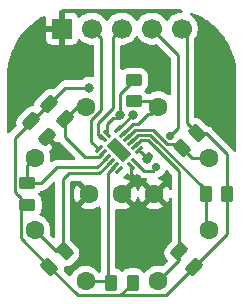
<source format=gbr>
%TF.GenerationSoftware,KiCad,Pcbnew,9.0.3-9.0.3-0~ubuntu22.04.1*%
%TF.CreationDate,2025-07-21T05:59:17-07:00*%
%TF.ProjectId,rotary-switch-shift,726f7461-7279-42d7-9377-697463682d73,rev?*%
%TF.SameCoordinates,Original*%
%TF.FileFunction,Copper,L1,Top*%
%TF.FilePolarity,Positive*%
%FSLAX46Y46*%
G04 Gerber Fmt 4.6, Leading zero omitted, Abs format (unit mm)*
G04 Created by KiCad (PCBNEW 9.0.3-9.0.3-0~ubuntu22.04.1) date 2025-07-21 05:59:17*
%MOMM*%
%LPD*%
G01*
G04 APERTURE LIST*
G04 Aperture macros list*
%AMRoundRect*
0 Rectangle with rounded corners*
0 $1 Rounding radius*
0 $2 $3 $4 $5 $6 $7 $8 $9 X,Y pos of 4 corners*
0 Add a 4 corners polygon primitive as box body*
4,1,4,$2,$3,$4,$5,$6,$7,$8,$9,$2,$3,0*
0 Add four circle primitives for the rounded corners*
1,1,$1+$1,$2,$3*
1,1,$1+$1,$4,$5*
1,1,$1+$1,$6,$7*
1,1,$1+$1,$8,$9*
0 Add four rect primitives between the rounded corners*
20,1,$1+$1,$2,$3,$4,$5,0*
20,1,$1+$1,$4,$5,$6,$7,0*
20,1,$1+$1,$6,$7,$8,$9,0*
20,1,$1+$1,$8,$9,$2,$3,0*%
%AMRotRect*
0 Rectangle, with rotation*
0 The origin of the aperture is its center*
0 $1 length*
0 $2 width*
0 $3 Rotation angle, in degrees counterclockwise*
0 Add horizontal line*
21,1,$1,$2,0,0,$3*%
G04 Aperture macros list end*
%TA.AperFunction,SMDPad,CuDef*%
%ADD10RoundRect,0.250000X-0.262500X-0.450000X0.262500X-0.450000X0.262500X0.450000X-0.262500X0.450000X0*%
%TD*%
%TA.AperFunction,SMDPad,CuDef*%
%ADD11RoundRect,0.062500X0.203293X-0.291682X0.291682X-0.203293X-0.203293X0.291682X-0.291682X0.203293X0*%
%TD*%
%TA.AperFunction,SMDPad,CuDef*%
%ADD12RoundRect,0.062500X-0.203293X-0.291682X0.291682X0.203293X0.203293X0.291682X-0.291682X-0.203293X0*%
%TD*%
%TA.AperFunction,HeatsinkPad*%
%ADD13RotRect,1.000000X2.000000X45.000000*%
%TD*%
%TA.AperFunction,SMDPad,CuDef*%
%ADD14RoundRect,0.250000X0.503814X0.132583X0.132583X0.503814X-0.503814X-0.132583X-0.132583X-0.503814X0*%
%TD*%
%TA.AperFunction,SMDPad,CuDef*%
%ADD15RoundRect,0.250000X-0.503814X-0.132583X-0.132583X-0.503814X0.503814X0.132583X0.132583X0.503814X0*%
%TD*%
%TA.AperFunction,SMDPad,CuDef*%
%ADD16RoundRect,0.250000X-0.132583X0.503814X-0.503814X0.132583X0.132583X-0.503814X0.503814X-0.132583X0*%
%TD*%
%TA.AperFunction,SMDPad,CuDef*%
%ADD17RoundRect,0.250000X-0.450000X0.262500X-0.450000X-0.262500X0.450000X-0.262500X0.450000X0.262500X0*%
%TD*%
%TA.AperFunction,SMDPad,CuDef*%
%ADD18RoundRect,0.250000X0.132583X-0.503814X0.503814X-0.132583X-0.132583X0.503814X-0.503814X0.132583X0*%
%TD*%
%TA.AperFunction,SMDPad,CuDef*%
%ADD19RoundRect,0.250000X0.450000X-0.262500X0.450000X0.262500X-0.450000X0.262500X-0.450000X-0.262500X0*%
%TD*%
%TA.AperFunction,ComponentPad*%
%ADD20R,1.700000X1.700000*%
%TD*%
%TA.AperFunction,ComponentPad*%
%ADD21C,1.700000*%
%TD*%
%TA.AperFunction,SMDPad,CuDef*%
%ADD22RoundRect,0.250000X-0.512652X-0.159099X-0.159099X-0.512652X0.512652X0.159099X0.159099X0.512652X0*%
%TD*%
%TA.AperFunction,ComponentPad*%
%ADD23C,1.600000*%
%TD*%
%TA.AperFunction,ViaPad*%
%ADD24C,0.600000*%
%TD*%
%TA.AperFunction,ViaPad*%
%ADD25C,0.800000*%
%TD*%
%TA.AperFunction,ViaPad*%
%ADD26C,0.700000*%
%TD*%
%TA.AperFunction,Conductor*%
%ADD27C,0.250000*%
%TD*%
%TA.AperFunction,Conductor*%
%ADD28C,0.200000*%
%TD*%
G04 APERTURE END LIST*
D10*
%TO.P,R2,1*%
%TO.N,Net-(U1-D1)*%
X147087500Y-75000000D03*
%TO.P,R2,2*%
%TO.N,+3.3V*%
X148912500Y-75000000D03*
%TD*%
D11*
%TO.P,U1,1,~{PL}*%
%TO.N,/GP_PL*%
X138379981Y-70233534D03*
D12*
%TO.P,U1,2,CP*%
%TO.N,/GP_CP*%
X138026427Y-71205806D03*
%TO.P,U1,3,D4*%
%TO.N,Net-(U1-D4)*%
X138379981Y-71559359D03*
%TO.P,U1,4,D5*%
%TO.N,Net-(U1-D5)*%
X138733534Y-71912913D03*
%TO.P,U1,5,D6*%
%TO.N,Net-(U1-D6)*%
X139087087Y-72266466D03*
%TO.P,U1,6,D7*%
%TO.N,Net-(U1-D7)*%
X139440641Y-72620019D03*
%TO.P,U1,7,~{Q7}*%
%TO.N,unconnected-(U1-~{Q7}-Pad7)*%
X139794194Y-72973573D03*
D11*
%TO.P,U1,8,GND*%
%TO.N,GND*%
X140766466Y-72620019D03*
%TO.P,U1,9,Q7*%
%TO.N,/GP_Q7*%
X141120019Y-72266466D03*
D12*
%TO.P,U1,10,DS*%
%TO.N,GND*%
X141473573Y-71294194D03*
%TO.P,U1,11,D0*%
%TO.N,Net-(U1-D0)*%
X141120019Y-70940641D03*
%TO.P,U1,12,D1*%
%TO.N,Net-(U1-D1)*%
X140766466Y-70587087D03*
%TO.P,U1,13,D2*%
%TO.N,Net-(U1-D2)*%
X140412913Y-70233534D03*
%TO.P,U1,14,D3*%
%TO.N,Net-(U1-D3)*%
X140059359Y-69879981D03*
%TO.P,U1,15,~{CE}*%
%TO.N,GND*%
X139705806Y-69526427D03*
D11*
%TO.P,U1,16,VCC*%
%TO.N,+3.3V*%
X138733534Y-69879981D03*
D13*
%TO.P,U1,17*%
%TO.N,N/C*%
X139750000Y-71250000D03*
%TD*%
D14*
%TO.P,R5,1*%
%TO.N,Net-(U1-D4)*%
X135145235Y-68645235D03*
%TO.P,R5,2*%
%TO.N,+3.3V*%
X133854765Y-67354765D03*
%TD*%
D15*
%TO.P,R1,1*%
%TO.N,Net-(U1-D0)*%
X144854765Y-79854765D03*
%TO.P,R1,2*%
%TO.N,+3.3V*%
X146145235Y-81145235D03*
%TD*%
D16*
%TO.P,R7,1*%
%TO.N,Net-(U1-D6)*%
X135145235Y-79854765D03*
%TO.P,R7,2*%
%TO.N,+3.3V*%
X133854765Y-81145235D03*
%TD*%
D17*
%TO.P,R6,1*%
%TO.N,Net-(U1-D5)*%
X132000000Y-74087500D03*
%TO.P,R6,2*%
%TO.N,+3.3V*%
X132000000Y-75912500D03*
%TD*%
D18*
%TO.P,R3,1*%
%TO.N,Net-(U1-D2)*%
X145104765Y-71145235D03*
%TO.P,R3,2*%
%TO.N,+3.3V*%
X146395235Y-69854765D03*
%TD*%
D19*
%TO.P,R4,1*%
%TO.N,Net-(U1-D3)*%
X141000000Y-67162500D03*
%TO.P,R4,2*%
%TO.N,+3.3V*%
X141000000Y-65337500D03*
%TD*%
D20*
%TO.P,J1,1,Pin_1*%
%TO.N,GND*%
X134920000Y-61000000D03*
D21*
%TO.P,J1,2,Pin_2*%
%TO.N,/GP_CP*%
X137460000Y-61000000D03*
%TO.P,J1,3,Pin_3*%
%TO.N,/GP_PL*%
X140000000Y-61000000D03*
%TO.P,J1,4,Pin_4*%
%TO.N,/GP_Q7*%
X142540000Y-61000000D03*
%TO.P,J1,5,Pin_5*%
%TO.N,+3.3V*%
X145080000Y-61000000D03*
%TD*%
D22*
%TO.P,C1,1*%
%TO.N,+3.3V*%
X132328249Y-68828249D03*
%TO.P,C1,2*%
%TO.N,GND*%
X133671751Y-70171751D03*
%TD*%
D10*
%TO.P,R8,1*%
%TO.N,Net-(U1-D7)*%
X139087500Y-82500000D03*
%TO.P,R8,2*%
%TO.N,+3.3V*%
X140912500Y-82500000D03*
%TD*%
D23*
%TO.P,SW1,1*%
%TO.N,Net-(U1-D0)*%
X143061467Y-82391036D03*
%TO.P,SW1,2*%
%TO.N,Net-(U1-D1)*%
X147391036Y-78061467D03*
%TO.P,SW1,3*%
%TO.N,Net-(U1-D2)*%
X147391036Y-71938533D03*
%TO.P,SW1,4*%
%TO.N,Net-(U1-D3)*%
X143061467Y-67608964D03*
%TO.P,SW1,5*%
%TO.N,Net-(U1-D4)*%
X136938533Y-67608964D03*
%TO.P,SW1,6*%
%TO.N,Net-(U1-D5)*%
X132608964Y-71938533D03*
%TO.P,SW1,7*%
%TO.N,Net-(U1-D6)*%
X132608964Y-78061467D03*
%TO.P,SW1,8*%
%TO.N,Net-(U1-D7)*%
X136938533Y-82391036D03*
%TO.P,SW1,A,Common*%
%TO.N,GND*%
X142750000Y-75000000D03*
%TO.P,SW1,B,Common*%
X140000000Y-75000000D03*
%TO.P,SW1,C,Common*%
X137250000Y-75000000D03*
%TD*%
D24*
%TO.N,GND*%
X148000000Y-68000000D03*
D25*
X142163880Y-72036120D03*
X140950000Y-68325000D03*
D24*
X137000000Y-78000000D03*
D25*
X141250000Y-73750000D03*
D24*
X142000000Y-63500000D03*
X132000000Y-63000000D03*
D25*
X134500000Y-71000000D03*
D24*
X148000000Y-63000000D03*
X133750000Y-76000000D03*
X140500000Y-80500000D03*
X143500000Y-77000000D03*
X136000000Y-64000000D03*
X132000000Y-66000000D03*
D25*
%TO.N,+3.3V*%
X139822012Y-68274004D03*
X137250000Y-66000000D03*
D26*
%TO.N,/GP_Q7*%
X144102298Y-70075000D03*
X142885804Y-72728096D03*
%TD*%
D27*
%TO.N,GND*%
X140950000Y-68325000D02*
X140900663Y-68374337D01*
X140857896Y-68374337D02*
X139705806Y-69526427D01*
X140766466Y-72620019D02*
X140766466Y-73266466D01*
X140900663Y-68374337D02*
X140857896Y-68374337D01*
X133671751Y-70171751D02*
X134500000Y-71000000D01*
X140766466Y-73266466D02*
X141250000Y-73750000D01*
D28*
X142163880Y-72036120D02*
X141473573Y-71345812D01*
X141473573Y-71345812D02*
X141473573Y-71294194D01*
D27*
%TO.N,+3.3V*%
X131432964Y-78723434D02*
X131432964Y-75345464D01*
X130924000Y-74836500D02*
X132000000Y-75912500D01*
X148912500Y-78377970D02*
X148912500Y-75000000D01*
X145500000Y-68959530D02*
X146395235Y-69854765D01*
X139822012Y-68274004D02*
X139822012Y-66515488D01*
X133854765Y-67354765D02*
X130924000Y-70285530D01*
X139836500Y-83576000D02*
X143714470Y-83576000D01*
X133854765Y-81145235D02*
X136285530Y-83576000D01*
X147111132Y-69854765D02*
X146395235Y-69854765D01*
X139822012Y-66515488D02*
X141000000Y-65337500D01*
X145500000Y-64275000D02*
X145500000Y-68959530D01*
X145500000Y-61420000D02*
X145080000Y-61000000D01*
X130924000Y-70285530D02*
X130924000Y-74836500D01*
X139822012Y-68274004D02*
X139548008Y-68548008D01*
X135209530Y-66000000D02*
X133854765Y-67354765D01*
X133854765Y-81145235D02*
X131432964Y-78723434D01*
X148912500Y-75000000D02*
X148912500Y-71656133D01*
X148912500Y-71656133D02*
X147111132Y-69854765D01*
X145500000Y-64275000D02*
X145500000Y-61420000D01*
X143714470Y-83576000D02*
X146145235Y-81145235D01*
X139548008Y-68548008D02*
X139250000Y-68548008D01*
X138733534Y-69064474D02*
X138733534Y-69879981D01*
X139250000Y-68548008D02*
X138733534Y-69064474D01*
X131168750Y-75081250D02*
X132000000Y-75912500D01*
X139836500Y-83576000D02*
X140912500Y-82500000D01*
X146145235Y-81145235D02*
X148912500Y-78377970D01*
X131432964Y-75345464D02*
X131168750Y-75081250D01*
X136285530Y-83576000D02*
X139836500Y-83576000D01*
X137250000Y-66000000D02*
X135209530Y-66000000D01*
%TO.N,/GP_Q7*%
X142540000Y-61000000D02*
X144750000Y-63210000D01*
X142885804Y-72728096D02*
X142598491Y-73015409D01*
X142598491Y-73015409D02*
X141868962Y-73015409D01*
X144750000Y-69427298D02*
X144102298Y-70075000D01*
X144750000Y-63210000D02*
X144750000Y-69427298D01*
X141868962Y-73015409D02*
X141120019Y-72266466D01*
%TO.N,/GP_CP*%
X137460000Y-61000000D02*
X138250000Y-61790000D01*
X137404938Y-68734964D02*
X137404938Y-70584317D01*
X138250000Y-67889902D02*
X137404938Y-68734964D01*
X138250000Y-61790000D02*
X138250000Y-67889902D01*
X137404938Y-70584317D02*
X138026427Y-71205806D01*
%TO.N,/GP_PL*%
X138233534Y-70233534D02*
X138379981Y-70233534D01*
X139250000Y-61750000D02*
X139250000Y-67750000D01*
X138000000Y-69000000D02*
X138000000Y-70000000D01*
X139250000Y-67750000D02*
X138000000Y-69000000D01*
X138000000Y-70000000D02*
X138233534Y-70233534D01*
X140000000Y-61000000D02*
X139250000Y-61750000D01*
%TO.N,Net-(U1-D0)*%
X141610660Y-70450000D02*
X141120019Y-70940641D01*
X144854765Y-79854765D02*
X144854765Y-80597738D01*
X144854765Y-80597738D02*
X143061467Y-82391036D01*
X142212190Y-70450000D02*
X141610660Y-70450000D01*
X144854765Y-73092575D02*
X142212190Y-70450000D01*
X144854765Y-79854765D02*
X144854765Y-73092575D01*
%TO.N,Net-(U1-D1)*%
X147087500Y-75000000D02*
X147087500Y-77757931D01*
X142400000Y-70000000D02*
X147087500Y-74687500D01*
X141353553Y-70000000D02*
X142400000Y-70000000D01*
X140766466Y-70587087D02*
X141353553Y-70000000D01*
X147087500Y-77757931D02*
X147391036Y-78061467D01*
X147087500Y-74687500D02*
X147087500Y-75000000D01*
%TO.N,Net-(U1-D2)*%
X145898063Y-71938533D02*
X145104765Y-71145235D01*
X143822289Y-70751000D02*
X144382307Y-70751000D01*
X147391036Y-71938533D02*
X145898063Y-71938533D01*
X144382307Y-70751000D02*
X144383307Y-70750000D01*
X144383307Y-70750000D02*
X144709530Y-70750000D01*
X140412913Y-70233534D02*
X141096447Y-69550000D01*
X144709530Y-70750000D02*
X145104765Y-71145235D01*
X141096447Y-69550000D02*
X142621289Y-69550000D01*
X142621289Y-69550000D02*
X143822289Y-70751000D01*
%TO.N,Net-(U1-D3)*%
X142615003Y-67162500D02*
X143061467Y-67608964D01*
X142250000Y-68200000D02*
X142470431Y-68200000D01*
X141350000Y-69100000D02*
X142250000Y-68200000D01*
X140128656Y-69879981D02*
X140908637Y-69100000D01*
X140059359Y-69879981D02*
X140120019Y-69879981D01*
X140908637Y-69100000D02*
X141350000Y-69100000D01*
X140059359Y-69879981D02*
X140128656Y-69879981D01*
X141000000Y-67162500D02*
X142615003Y-67162500D01*
X143250000Y-67420431D02*
X143061467Y-67608964D01*
X142470431Y-68200000D02*
X143061467Y-67608964D01*
%TO.N,Net-(U1-D4)*%
X138052128Y-71887212D02*
X136887212Y-71887212D01*
X136181506Y-67608964D02*
X135145235Y-68645235D01*
X138379981Y-71559359D02*
X138052128Y-71887212D01*
X136887212Y-71887212D02*
X135145235Y-70145235D01*
X135145235Y-70145235D02*
X135145235Y-68645235D01*
X136938533Y-67608964D02*
X136181506Y-67608964D01*
%TO.N,Net-(U1-D5)*%
X137907915Y-72738532D02*
X134511468Y-72738532D01*
X132000000Y-74087500D02*
X132000000Y-72547497D01*
X134511468Y-72738532D02*
X133162500Y-74087500D01*
X138733534Y-71912913D02*
X137907915Y-72738532D01*
X133162500Y-74087500D02*
X132000000Y-74087500D01*
X132000000Y-72547497D02*
X132608964Y-71938533D01*
%TO.N,Net-(U1-D6)*%
X139087087Y-72266466D02*
X138103553Y-73250000D01*
X135500000Y-73250000D02*
X135000000Y-73750000D01*
X135000000Y-79709530D02*
X135145235Y-79854765D01*
X135145235Y-79854765D02*
X134402262Y-79854765D01*
X135000000Y-73750000D02*
X135000000Y-79709530D01*
X138103553Y-73250000D02*
X135500000Y-73250000D01*
X134402262Y-79854765D02*
X132608964Y-78061467D01*
%TO.N,Net-(U1-D7)*%
X136938533Y-82391036D02*
X138978536Y-82391036D01*
X138978536Y-82391036D02*
X139087500Y-82500000D01*
X139440641Y-72620019D02*
X138824000Y-73236660D01*
X138824000Y-82236500D02*
X139087500Y-82500000D01*
X138824000Y-73236660D02*
X138824000Y-82236500D01*
%TD*%
%TA.AperFunction,Conductor*%
%TO.N,GND*%
G36*
X136494730Y-73895185D02*
G01*
X136515372Y-73911819D01*
X137141002Y-74537449D01*
X137066657Y-74557370D01*
X136958343Y-74619905D01*
X136869905Y-74708343D01*
X136807370Y-74816657D01*
X136787449Y-74891002D01*
X136170524Y-74274077D01*
X136170523Y-74274077D01*
X136138143Y-74318644D01*
X136045244Y-74500968D01*
X135982009Y-74695582D01*
X135950000Y-74897682D01*
X135950000Y-75102317D01*
X135982009Y-75304417D01*
X136045244Y-75499031D01*
X136138141Y-75681350D01*
X136138147Y-75681359D01*
X136170523Y-75725921D01*
X136170524Y-75725922D01*
X136787449Y-75108997D01*
X136807370Y-75183343D01*
X136869905Y-75291657D01*
X136958343Y-75380095D01*
X137066657Y-75442630D01*
X137141001Y-75462550D01*
X136524076Y-76079474D01*
X136568650Y-76111859D01*
X136750968Y-76204755D01*
X136945582Y-76267990D01*
X137147683Y-76300000D01*
X137352317Y-76300000D01*
X137554417Y-76267990D01*
X137749031Y-76204755D01*
X137931349Y-76111859D01*
X138001614Y-76060809D01*
X138067420Y-76037329D01*
X138135474Y-76053154D01*
X138184169Y-76103260D01*
X138198500Y-76161127D01*
X138198500Y-81531055D01*
X138178815Y-81598094D01*
X138126011Y-81643849D01*
X138056853Y-81653793D01*
X137993297Y-81624768D01*
X137974182Y-81603940D01*
X137930504Y-81543823D01*
X137930500Y-81543818D01*
X137785746Y-81399064D01*
X137620146Y-81278751D01*
X137620145Y-81278750D01*
X137620143Y-81278749D01*
X137563186Y-81249727D01*
X137437756Y-81185817D01*
X137243067Y-81122558D01*
X137068528Y-81094914D01*
X137040885Y-81090536D01*
X136836181Y-81090536D01*
X136811862Y-81094387D01*
X136633998Y-81122558D01*
X136439309Y-81185817D01*
X136256919Y-81278751D01*
X136091319Y-81399064D01*
X135946561Y-81543822D01*
X135826248Y-81709422D01*
X135733308Y-81891824D01*
X135731877Y-81895282D01*
X135688038Y-81949687D01*
X135621745Y-81971754D01*
X135554045Y-81954477D01*
X135529634Y-81935514D01*
X135129386Y-81535266D01*
X135095901Y-81473943D01*
X135093411Y-81438355D01*
X135094142Y-81428555D01*
X135109079Y-81365538D01*
X135109079Y-81228457D01*
X135109423Y-81223849D01*
X135120172Y-81195298D01*
X135128764Y-81166040D01*
X135132363Y-81162921D01*
X135134043Y-81158460D01*
X135158526Y-81140250D01*
X135181568Y-81120285D01*
X135186943Y-81119115D01*
X135190107Y-81116763D01*
X135201266Y-81115999D01*
X135233079Y-81109079D01*
X135365535Y-81109079D01*
X135365538Y-81109079D01*
X135471727Y-81083911D01*
X135536248Y-81068619D01*
X135536249Y-81068618D01*
X135536251Y-81068618D01*
X135693032Y-80989881D01*
X135773139Y-80924624D01*
X136215093Y-80482669D01*
X136280351Y-80402562D01*
X136359088Y-80245781D01*
X136399549Y-80075068D01*
X136399549Y-79899627D01*
X136379031Y-79813057D01*
X136359089Y-79728916D01*
X136334030Y-79679019D01*
X136280351Y-79572133D01*
X136215094Y-79492026D01*
X135661819Y-78938751D01*
X135628334Y-78877428D01*
X135625500Y-78851070D01*
X135625500Y-74060452D01*
X135645185Y-73993413D01*
X135661819Y-73972771D01*
X135722771Y-73911819D01*
X135784094Y-73878334D01*
X135810452Y-73875500D01*
X136427691Y-73875500D01*
X136494730Y-73895185D01*
G37*
%TD.AperFunction*%
%TA.AperFunction,Conductor*%
G36*
X143829474Y-75725921D02*
G01*
X143861859Y-75681349D01*
X143954755Y-75499031D01*
X143987334Y-75398765D01*
X144026772Y-75341090D01*
X144091131Y-75313892D01*
X144159977Y-75325807D01*
X144211453Y-75373051D01*
X144229265Y-75437084D01*
X144229265Y-78996305D01*
X144209580Y-79063344D01*
X144192946Y-79083986D01*
X143784914Y-79492018D01*
X143784895Y-79492039D01*
X143719654Y-79572125D01*
X143719650Y-79572131D01*
X143640910Y-79728916D01*
X143600452Y-79899619D01*
X143600451Y-79899630D01*
X143600451Y-80075064D01*
X143600452Y-80075075D01*
X143640910Y-80245778D01*
X143640912Y-80245781D01*
X143719649Y-80402562D01*
X143769636Y-80463924D01*
X143784902Y-80482664D01*
X143784908Y-80482671D01*
X143847393Y-80545156D01*
X143880878Y-80606479D01*
X143875894Y-80676171D01*
X143847393Y-80720518D01*
X143479094Y-81088817D01*
X143417771Y-81122302D01*
X143371051Y-81121812D01*
X143370813Y-81123321D01*
X143225926Y-81100373D01*
X143163819Y-81090536D01*
X142959115Y-81090536D01*
X142934796Y-81094387D01*
X142756932Y-81122558D01*
X142562243Y-81185817D01*
X142379853Y-81278751D01*
X142214253Y-81399064D01*
X142069499Y-81543818D01*
X142069495Y-81543823D01*
X142002499Y-81636036D01*
X141947169Y-81678702D01*
X141877556Y-81684681D01*
X141815761Y-81652075D01*
X141796642Y-81628248D01*
X141778043Y-81598094D01*
X141767712Y-81581344D01*
X141643656Y-81457288D01*
X141494334Y-81365186D01*
X141327797Y-81310001D01*
X141327795Y-81310000D01*
X141225010Y-81299500D01*
X140599998Y-81299500D01*
X140599980Y-81299501D01*
X140497203Y-81310000D01*
X140497200Y-81310001D01*
X140330668Y-81365185D01*
X140330663Y-81365187D01*
X140181342Y-81457289D01*
X140087681Y-81550951D01*
X140026358Y-81584436D01*
X139956666Y-81579452D01*
X139912319Y-81550951D01*
X139818657Y-81457289D01*
X139818656Y-81457288D01*
X139669334Y-81365186D01*
X139534496Y-81320505D01*
X139477051Y-81280732D01*
X139450228Y-81216216D01*
X139449500Y-81202799D01*
X139449500Y-76358704D01*
X139469185Y-76291665D01*
X139521989Y-76245910D01*
X139591147Y-76235966D01*
X139611819Y-76240773D01*
X139695582Y-76267990D01*
X139897683Y-76300000D01*
X140102317Y-76300000D01*
X140304417Y-76267990D01*
X140499031Y-76204755D01*
X140681349Y-76111859D01*
X140725921Y-76079474D01*
X140108997Y-75462550D01*
X140183343Y-75442630D01*
X140291657Y-75380095D01*
X140380095Y-75291657D01*
X140442630Y-75183343D01*
X140462550Y-75108998D01*
X141079474Y-75725922D01*
X141079474Y-75725921D01*
X141111859Y-75681349D01*
X141204755Y-75499031D01*
X141257069Y-75338028D01*
X141296507Y-75280353D01*
X141360866Y-75253155D01*
X141429712Y-75265070D01*
X141481188Y-75312314D01*
X141492931Y-75338028D01*
X141545244Y-75499031D01*
X141638141Y-75681350D01*
X141638147Y-75681359D01*
X141670523Y-75725921D01*
X141670524Y-75725922D01*
X142287449Y-75108997D01*
X142307370Y-75183343D01*
X142369905Y-75291657D01*
X142458343Y-75380095D01*
X142566657Y-75442630D01*
X142641002Y-75462550D01*
X142024076Y-76079474D01*
X142068650Y-76111859D01*
X142250968Y-76204755D01*
X142445582Y-76267990D01*
X142647683Y-76300000D01*
X142852317Y-76300000D01*
X143054417Y-76267990D01*
X143249031Y-76204755D01*
X143431349Y-76111859D01*
X143475921Y-76079474D01*
X142858997Y-75462550D01*
X142933343Y-75442630D01*
X143041657Y-75380095D01*
X143130095Y-75291657D01*
X143192630Y-75183343D01*
X143212550Y-75108997D01*
X143829474Y-75725921D01*
G37*
%TD.AperFunction*%
%TA.AperFunction,Conductor*%
G36*
X134293834Y-73943269D02*
G01*
X134349767Y-73985141D01*
X134374184Y-74050605D01*
X134374500Y-74059451D01*
X134374500Y-78643050D01*
X134354815Y-78710089D01*
X134302011Y-78755844D01*
X134232853Y-78765788D01*
X134169297Y-78736763D01*
X134162819Y-78730731D01*
X133911182Y-78479095D01*
X133877697Y-78417772D01*
X133878205Y-78371055D01*
X133876679Y-78370814D01*
X133909464Y-78163818D01*
X133909464Y-77959115D01*
X133877441Y-77756932D01*
X133814182Y-77562243D01*
X133737714Y-77412168D01*
X133721251Y-77379857D01*
X133675204Y-77316478D01*
X133600935Y-77214253D01*
X133456177Y-77069495D01*
X133290577Y-76949182D01*
X133290576Y-76949181D01*
X133290574Y-76949180D01*
X133204594Y-76905370D01*
X133108186Y-76856248D01*
X133108183Y-76856247D01*
X133090754Y-76850584D01*
X133033081Y-76811146D01*
X133005883Y-76746788D01*
X133017798Y-76677941D01*
X133038266Y-76649344D01*
X133038234Y-76649319D01*
X133038774Y-76648636D01*
X133041398Y-76644969D01*
X133042712Y-76643656D01*
X133134814Y-76494334D01*
X133189999Y-76327797D01*
X133200500Y-76225009D01*
X133200499Y-75599992D01*
X133196441Y-75560271D01*
X133189999Y-75497203D01*
X133189998Y-75497200D01*
X133162359Y-75413792D01*
X133134814Y-75330666D01*
X133042712Y-75181344D01*
X132949049Y-75087681D01*
X132946954Y-75083845D01*
X132943269Y-75081493D01*
X132930354Y-75053445D01*
X132915564Y-75026358D01*
X132915875Y-75021998D01*
X132914047Y-75018027D01*
X132918346Y-74987451D01*
X132920548Y-74956666D01*
X132923339Y-74951945D01*
X132923776Y-74948838D01*
X132933389Y-74934946D01*
X132942766Y-74919088D01*
X132945778Y-74915589D01*
X133042712Y-74818656D01*
X133076709Y-74763537D01*
X133083124Y-74756088D01*
X133104534Y-74742234D01*
X133123497Y-74725179D01*
X133134898Y-74722587D01*
X133141785Y-74718132D01*
X133154682Y-74718091D01*
X133177088Y-74713000D01*
X133224108Y-74713000D01*
X133224108Y-74712999D01*
X133291977Y-74699500D01*
X133344952Y-74688963D01*
X133378292Y-74675152D01*
X133458786Y-74641812D01*
X133528255Y-74595393D01*
X133561233Y-74573358D01*
X133648358Y-74486233D01*
X133648359Y-74486231D01*
X133655425Y-74479165D01*
X133655427Y-74479161D01*
X134162820Y-73971769D01*
X134224142Y-73938285D01*
X134293834Y-73943269D01*
G37*
%TD.AperFunction*%
%TA.AperFunction,Conductor*%
G36*
X140500794Y-73254076D02*
G01*
X140545141Y-73282577D01*
X140598077Y-73335513D01*
X140598087Y-73335522D01*
X140686081Y-73403043D01*
X140686083Y-73403044D01*
X140822913Y-73459720D01*
X140822918Y-73459721D01*
X140969758Y-73479055D01*
X140969760Y-73479055D01*
X141116599Y-73459721D01*
X141116604Y-73459720D01*
X141260731Y-73400022D01*
X141330200Y-73392553D01*
X141392679Y-73423828D01*
X141395836Y-73426874D01*
X141448017Y-73479055D01*
X141470230Y-73501268D01*
X141572669Y-73569716D01*
X141572675Y-73569719D01*
X141572676Y-73569720D01*
X141686510Y-73616872D01*
X141746933Y-73628890D01*
X141807355Y-73640909D01*
X142037373Y-73640909D01*
X142104412Y-73660594D01*
X142150167Y-73713398D01*
X142160111Y-73782556D01*
X142131086Y-73846112D01*
X142093667Y-73875394D01*
X142068648Y-73888141D01*
X142068645Y-73888143D01*
X142024077Y-73920523D01*
X142024077Y-73920524D01*
X142641003Y-74537449D01*
X142566657Y-74557370D01*
X142458343Y-74619905D01*
X142369905Y-74708343D01*
X142307370Y-74816657D01*
X142287449Y-74891002D01*
X141670524Y-74274077D01*
X141670523Y-74274077D01*
X141638143Y-74318644D01*
X141545244Y-74500968D01*
X141492931Y-74661971D01*
X141453493Y-74719646D01*
X141389134Y-74746844D01*
X141320288Y-74734929D01*
X141268812Y-74687685D01*
X141257069Y-74661971D01*
X141204755Y-74500968D01*
X141111859Y-74318650D01*
X141079474Y-74274077D01*
X141079474Y-74274076D01*
X140462550Y-74891001D01*
X140442630Y-74816657D01*
X140380095Y-74708343D01*
X140291657Y-74619905D01*
X140183343Y-74557370D01*
X140108996Y-74537449D01*
X140725922Y-73920524D01*
X140725921Y-73920523D01*
X140681359Y-73888147D01*
X140681350Y-73888141D01*
X140499031Y-73795244D01*
X140304418Y-73732010D01*
X140213226Y-73717566D01*
X140150092Y-73687636D01*
X140113161Y-73628324D01*
X140114159Y-73558462D01*
X140144941Y-73507415D01*
X140369780Y-73282576D01*
X140431102Y-73249092D01*
X140500794Y-73254076D01*
G37*
%TD.AperFunction*%
%TA.AperFunction,Conductor*%
G36*
X143854416Y-72982263D02*
G01*
X143878820Y-73001221D01*
X143987481Y-73109881D01*
X144192946Y-73315346D01*
X144226431Y-73376669D01*
X144229265Y-73403027D01*
X144229265Y-74562915D01*
X144209580Y-74629954D01*
X144156776Y-74675709D01*
X144087618Y-74685653D01*
X144024062Y-74656628D01*
X143987334Y-74601234D01*
X143954755Y-74500968D01*
X143861859Y-74318650D01*
X143829474Y-74274077D01*
X143829474Y-74274076D01*
X143212550Y-74891001D01*
X143192630Y-74816657D01*
X143130095Y-74708343D01*
X143041657Y-74619905D01*
X142933343Y-74557370D01*
X142858996Y-74537449D01*
X143475922Y-73920524D01*
X143475921Y-73920523D01*
X143431359Y-73888147D01*
X143431350Y-73888141D01*
X143249031Y-73795244D01*
X143166837Y-73768538D01*
X143109162Y-73729100D01*
X143081964Y-73664741D01*
X143093879Y-73595895D01*
X143141123Y-73544419D01*
X143157696Y-73536049D01*
X143288667Y-73481799D01*
X143427966Y-73388722D01*
X143546430Y-73270258D01*
X143639507Y-73130959D01*
X143676582Y-73041451D01*
X143720423Y-72987049D01*
X143786717Y-72964984D01*
X143854416Y-72982263D01*
G37*
%TD.AperFunction*%
%TA.AperFunction,Conductor*%
G36*
X133891861Y-70054154D02*
G01*
X133936208Y-70082655D01*
X134532161Y-70678609D01*
X134636957Y-70632868D01*
X134649291Y-70631306D01*
X134660203Y-70625348D01*
X134683301Y-70626999D01*
X134706274Y-70624091D01*
X134717493Y-70629445D01*
X134729895Y-70630332D01*
X134760300Y-70649872D01*
X134769331Y-70654182D01*
X134770867Y-70656663D01*
X134774243Y-70658833D01*
X136016760Y-71901351D01*
X136050245Y-71962674D01*
X136045261Y-72032366D01*
X136003389Y-72088299D01*
X135937925Y-72112716D01*
X135929079Y-72113032D01*
X134573075Y-72113032D01*
X134449861Y-72113032D01*
X134429872Y-72117008D01*
X134409882Y-72120984D01*
X134409881Y-72120983D01*
X134329021Y-72137067D01*
X134329009Y-72137071D01*
X134300781Y-72148763D01*
X134300782Y-72148764D01*
X134215186Y-72184218D01*
X134215179Y-72184222D01*
X134198088Y-72195642D01*
X134189658Y-72201275D01*
X134189657Y-72201276D01*
X134189656Y-72201275D01*
X134112734Y-72252674D01*
X134112726Y-72252681D01*
X134101204Y-72264203D01*
X134039880Y-72297686D01*
X133970189Y-72292699D01*
X133914257Y-72250826D01*
X133889842Y-72185361D01*
X133891052Y-72157127D01*
X133909464Y-72040885D01*
X133909464Y-71836181D01*
X133877441Y-71633999D01*
X133828366Y-71482964D01*
X133826372Y-71413126D01*
X133862452Y-71353293D01*
X133890649Y-71333837D01*
X133927590Y-71315285D01*
X133927595Y-71315281D01*
X134007630Y-71250083D01*
X134007648Y-71250067D01*
X134202081Y-71055634D01*
X134202081Y-71055633D01*
X133582655Y-70436208D01*
X133549170Y-70374885D01*
X133554154Y-70305194D01*
X133582655Y-70260846D01*
X133760846Y-70082655D01*
X133822169Y-70049170D01*
X133891861Y-70054154D01*
G37*
%TD.AperFunction*%
%TA.AperFunction,Conductor*%
G36*
X141693993Y-71353712D02*
G01*
X141738382Y-71382228D01*
X142003901Y-71647747D01*
X142003902Y-71647747D01*
X142176944Y-71474706D01*
X142238267Y-71441221D01*
X142307959Y-71446205D01*
X142352306Y-71474706D01*
X142612675Y-71735075D01*
X142646160Y-71796398D01*
X142641176Y-71866090D01*
X142599304Y-71922023D01*
X142572448Y-71937317D01*
X142482941Y-71974392D01*
X142343641Y-72067469D01*
X142225180Y-72185930D01*
X142225177Y-72185934D01*
X142188517Y-72240800D01*
X142134904Y-72285605D01*
X142065579Y-72294312D01*
X142002552Y-72264157D01*
X141997734Y-72259590D01*
X141782577Y-72044433D01*
X141749092Y-71983110D01*
X141754076Y-71913418D01*
X141782577Y-71869070D01*
X141827125Y-71824522D01*
X141561607Y-71559004D01*
X141557279Y-71551079D01*
X141550047Y-71545669D01*
X141540794Y-71520889D01*
X141528122Y-71497681D01*
X141528766Y-71488673D01*
X141525607Y-71480213D01*
X141531219Y-71454369D01*
X141533106Y-71427989D01*
X141538910Y-71418953D01*
X141540435Y-71411935D01*
X141561573Y-71383676D01*
X141562993Y-71382256D01*
X141624300Y-71348752D01*
X141693993Y-71353712D01*
G37*
%TD.AperFunction*%
%TA.AperFunction,Conductor*%
G36*
X145912675Y-59635327D02*
G01*
X145913823Y-59635743D01*
X146162515Y-59727491D01*
X146176534Y-59732663D01*
X146185528Y-59736389D01*
X146421015Y-59844949D01*
X146579588Y-59918052D01*
X146583092Y-59919667D01*
X146591768Y-59924088D01*
X146973734Y-60138000D01*
X146982036Y-60143087D01*
X147346031Y-60386301D01*
X147353905Y-60392022D01*
X147697711Y-60663056D01*
X147705102Y-60669369D01*
X148026583Y-60966543D01*
X148033456Y-60973416D01*
X148236431Y-61192993D01*
X148330625Y-61294891D01*
X148336948Y-61302294D01*
X148607975Y-61646091D01*
X148613698Y-61653968D01*
X148856912Y-62017963D01*
X148861999Y-62026265D01*
X149075911Y-62408231D01*
X149080332Y-62416907D01*
X149263610Y-62814471D01*
X149267336Y-62823465D01*
X149418865Y-63234199D01*
X149421873Y-63243460D01*
X149540699Y-63664787D01*
X149542972Y-63674254D01*
X149628377Y-64103613D01*
X149629901Y-64113230D01*
X149681358Y-64547995D01*
X149682121Y-64557700D01*
X149699404Y-64997555D01*
X149699500Y-65002424D01*
X149699500Y-71300140D01*
X149689887Y-71332875D01*
X149680704Y-71365776D01*
X149680058Y-71366350D01*
X149679815Y-71367179D01*
X149654045Y-71389508D01*
X149628518Y-71412234D01*
X149627663Y-71412368D01*
X149627011Y-71412934D01*
X149593218Y-71417792D01*
X149559499Y-71423103D01*
X149558708Y-71422754D01*
X149557853Y-71422878D01*
X149526800Y-71408696D01*
X149495560Y-71394933D01*
X149494913Y-71394134D01*
X149494297Y-71393853D01*
X149472092Y-71368571D01*
X149467637Y-71361839D01*
X149466812Y-71359847D01*
X149415796Y-71283498D01*
X149398358Y-71257400D01*
X149398355Y-71257396D01*
X149308137Y-71167178D01*
X149308106Y-71167149D01*
X147604282Y-69463325D01*
X147596992Y-69456035D01*
X147596990Y-69456032D01*
X147509865Y-69368907D01*
X147458641Y-69334680D01*
X147407418Y-69300453D01*
X147407415Y-69300451D01*
X147407412Y-69300450D01*
X147333175Y-69269701D01*
X147333173Y-69269700D01*
X147326924Y-69267112D01*
X147293584Y-69253302D01*
X147241254Y-69242892D01*
X147236043Y-69241373D01*
X147211001Y-69225344D01*
X147184657Y-69211563D01*
X147183080Y-69210013D01*
X146757981Y-68784914D01*
X146757974Y-68784907D01*
X146757966Y-68784900D01*
X146757960Y-68784895D01*
X146677874Y-68719654D01*
X146677868Y-68719650D01*
X146677867Y-68719649D01*
X146599125Y-68680104D01*
X146521083Y-68640910D01*
X146350380Y-68600452D01*
X146350375Y-68600451D01*
X146350373Y-68600451D01*
X146249500Y-68600451D01*
X146182461Y-68580766D01*
X146136706Y-68527962D01*
X146125500Y-68476451D01*
X146125500Y-61898890D01*
X146145185Y-61831851D01*
X146149166Y-61826026D01*
X146235051Y-61707816D01*
X146331557Y-61518412D01*
X146397246Y-61316243D01*
X146430500Y-61106287D01*
X146430500Y-60893713D01*
X146397246Y-60683757D01*
X146331557Y-60481588D01*
X146235051Y-60292184D01*
X146235049Y-60292181D01*
X146235048Y-60292179D01*
X146110109Y-60120213D01*
X145959790Y-59969894D01*
X145959785Y-59969890D01*
X145798120Y-59852434D01*
X145755454Y-59797104D01*
X145749475Y-59727491D01*
X145782080Y-59665696D01*
X145842919Y-59631339D01*
X145912675Y-59635327D01*
G37*
%TD.AperFunction*%
%TA.AperFunction,Conductor*%
G36*
X133525016Y-59941767D02*
G01*
X133567484Y-59997249D01*
X133575063Y-60055079D01*
X133570000Y-60102171D01*
X133570000Y-60750000D01*
X134486988Y-60750000D01*
X134454075Y-60807007D01*
X134420000Y-60934174D01*
X134420000Y-61065826D01*
X134454075Y-61192993D01*
X134486988Y-61250000D01*
X133570000Y-61250000D01*
X133570000Y-61897844D01*
X133576401Y-61957372D01*
X133576403Y-61957379D01*
X133626645Y-62092086D01*
X133626649Y-62092093D01*
X133712809Y-62207187D01*
X133712812Y-62207190D01*
X133827906Y-62293350D01*
X133827913Y-62293354D01*
X133962620Y-62343596D01*
X133962627Y-62343598D01*
X134022155Y-62349999D01*
X134022172Y-62350000D01*
X134670000Y-62350000D01*
X134670000Y-61433012D01*
X134727007Y-61465925D01*
X134854174Y-61500000D01*
X134985826Y-61500000D01*
X135112993Y-61465925D01*
X135170000Y-61433012D01*
X135170000Y-62350000D01*
X135817828Y-62350000D01*
X135817844Y-62349999D01*
X135877372Y-62343598D01*
X135877379Y-62343596D01*
X136012086Y-62293354D01*
X136012093Y-62293350D01*
X136127187Y-62207190D01*
X136127190Y-62207187D01*
X136213350Y-62092093D01*
X136213354Y-62092086D01*
X136262422Y-61960529D01*
X136304293Y-61904595D01*
X136369757Y-61880178D01*
X136438030Y-61895030D01*
X136466285Y-61916181D01*
X136580213Y-62030109D01*
X136752179Y-62155048D01*
X136752181Y-62155049D01*
X136752184Y-62155051D01*
X136941588Y-62251557D01*
X137143757Y-62317246D01*
X137353713Y-62350500D01*
X137353714Y-62350500D01*
X137500500Y-62350500D01*
X137567539Y-62370185D01*
X137613294Y-62422989D01*
X137624500Y-62474500D01*
X137624500Y-65005256D01*
X137604815Y-65072295D01*
X137552011Y-65118050D01*
X137482853Y-65127994D01*
X137476309Y-65126873D01*
X137338695Y-65099500D01*
X137338691Y-65099500D01*
X137161309Y-65099500D01*
X137161306Y-65099500D01*
X136987341Y-65134103D01*
X136987332Y-65134106D01*
X136823459Y-65201983D01*
X136823446Y-65201990D01*
X136675965Y-65300535D01*
X136675961Y-65300538D01*
X136638321Y-65338180D01*
X136576999Y-65371666D01*
X136550639Y-65374500D01*
X135147919Y-65374500D01*
X135087501Y-65386518D01*
X135049789Y-65394019D01*
X135027080Y-65398536D01*
X135027078Y-65398537D01*
X134993737Y-65412347D01*
X134913249Y-65445684D01*
X134913235Y-65445692D01*
X134810802Y-65514138D01*
X134810794Y-65514144D01*
X134723669Y-65601270D01*
X134244795Y-66080143D01*
X134183472Y-66113628D01*
X134128516Y-66113119D01*
X134122665Y-66111732D01*
X134075073Y-66100451D01*
X134075068Y-66100451D01*
X133899627Y-66100451D01*
X133899625Y-66100451D01*
X133899619Y-66100452D01*
X133728916Y-66140910D01*
X133625770Y-66192712D01*
X133572133Y-66219649D01*
X133572132Y-66219650D01*
X133572126Y-66219654D01*
X133492036Y-66284897D01*
X133492018Y-66284913D01*
X132784914Y-66992018D01*
X132784895Y-66992039D01*
X132719654Y-67072125D01*
X132719650Y-67072131D01*
X132640910Y-67228916D01*
X132600452Y-67399619D01*
X132600451Y-67399630D01*
X132600451Y-67441096D01*
X132580766Y-67508135D01*
X132527962Y-67553890D01*
X132476451Y-67565096D01*
X132399627Y-67565096D01*
X132399625Y-67565096D01*
X132399619Y-67565097D01*
X132228917Y-67605555D01*
X132123453Y-67658520D01*
X132072134Y-67684294D01*
X132072132Y-67684295D01*
X132072127Y-67684298D01*
X131992037Y-67749541D01*
X131992019Y-67749557D01*
X131249560Y-68492018D01*
X131249549Y-68492030D01*
X131184296Y-68572131D01*
X131184295Y-68572132D01*
X131105555Y-68728917D01*
X131065097Y-68899619D01*
X131065096Y-68899630D01*
X131065096Y-69075074D01*
X131076016Y-69121144D01*
X131083156Y-69151269D01*
X131084538Y-69157097D01*
X131080846Y-69226869D01*
X131051562Y-69273376D01*
X130704049Y-69620890D01*
X130525269Y-69799670D01*
X130525267Y-69799672D01*
X130512178Y-69812761D01*
X130450853Y-69846243D01*
X130381162Y-69841256D01*
X130325230Y-69799383D01*
X130300816Y-69733917D01*
X130300500Y-69725076D01*
X130300500Y-65002424D01*
X130300596Y-64997556D01*
X130317878Y-64557701D01*
X130318641Y-64547995D01*
X130370100Y-64113215D01*
X130371619Y-64103627D01*
X130457032Y-63674230D01*
X130459294Y-63664810D01*
X130578132Y-63243438D01*
X130581127Y-63234219D01*
X130732666Y-62823456D01*
X130736389Y-62814471D01*
X130752307Y-62779941D01*
X130919673Y-62416894D01*
X130924088Y-62408231D01*
X131138000Y-62026265D01*
X131143087Y-62017963D01*
X131211096Y-61916181D01*
X131386311Y-61653953D01*
X131392012Y-61646106D01*
X131663066Y-61302275D01*
X131669357Y-61294909D01*
X131966556Y-60973402D01*
X131973402Y-60966556D01*
X132294909Y-60669357D01*
X132302275Y-60663066D01*
X132646106Y-60392012D01*
X132653953Y-60386311D01*
X133017965Y-60143085D01*
X133026265Y-60138000D01*
X133391184Y-59933635D01*
X133459294Y-59918052D01*
X133525016Y-59941767D01*
G37*
%TD.AperFunction*%
%TA.AperFunction,Conductor*%
G36*
X141287226Y-61635524D02*
G01*
X141299810Y-61634985D01*
X141319674Y-61646581D01*
X141341444Y-61653999D01*
X141350719Y-61664703D01*
X141360151Y-61670209D01*
X141380486Y-61699056D01*
X141384951Y-61707820D01*
X141509890Y-61879786D01*
X141660213Y-62030109D01*
X141832179Y-62155048D01*
X141832181Y-62155049D01*
X141832184Y-62155051D01*
X142021588Y-62251557D01*
X142223757Y-62317246D01*
X142433713Y-62350500D01*
X142433714Y-62350500D01*
X142646286Y-62350500D01*
X142646287Y-62350500D01*
X142856243Y-62317246D01*
X142871840Y-62312177D01*
X142941679Y-62310183D01*
X142997838Y-62342428D01*
X144088181Y-63432771D01*
X144121666Y-63494094D01*
X144124500Y-63520452D01*
X144124500Y-66533450D01*
X144104815Y-66600489D01*
X144052011Y-66646244D01*
X143982853Y-66656188D01*
X143919297Y-66627163D01*
X143912819Y-66621131D01*
X143908680Y-66616992D01*
X143743080Y-66496679D01*
X143743079Y-66496678D01*
X143743077Y-66496677D01*
X143686120Y-66467655D01*
X143560690Y-66403745D01*
X143366001Y-66340486D01*
X143191462Y-66312842D01*
X143163819Y-66308464D01*
X142959115Y-66308464D01*
X142934796Y-66312315D01*
X142756932Y-66340486D01*
X142562243Y-66403745D01*
X142379856Y-66496677D01*
X142356953Y-66513318D01*
X142336906Y-66520470D01*
X142319002Y-66531977D01*
X142294977Y-66535431D01*
X142291147Y-66536798D01*
X142284067Y-66537000D01*
X142177088Y-66537000D01*
X142110049Y-66517315D01*
X142071549Y-66478097D01*
X142042712Y-66431344D01*
X141949049Y-66337681D01*
X141915564Y-66276358D01*
X141920548Y-66206666D01*
X141949049Y-66162319D01*
X141982288Y-66129080D01*
X142042712Y-66068656D01*
X142134814Y-65919334D01*
X142189999Y-65752797D01*
X142200500Y-65650009D01*
X142200499Y-65024992D01*
X142197696Y-64997556D01*
X142189999Y-64922203D01*
X142189998Y-64922200D01*
X142134814Y-64755666D01*
X142042712Y-64606344D01*
X141918656Y-64482288D01*
X141769334Y-64390186D01*
X141602797Y-64335001D01*
X141602795Y-64335000D01*
X141500010Y-64324500D01*
X140499998Y-64324500D01*
X140499980Y-64324501D01*
X140397203Y-64335000D01*
X140397200Y-64335001D01*
X140230668Y-64390185D01*
X140230663Y-64390187D01*
X140081338Y-64482292D01*
X140076407Y-64486191D01*
X140011611Y-64512329D01*
X139942969Y-64499286D01*
X139892276Y-64451203D01*
X139875500Y-64388922D01*
X139875500Y-62474500D01*
X139895185Y-62407461D01*
X139947989Y-62361706D01*
X139999500Y-62350500D01*
X140106286Y-62350500D01*
X140106287Y-62350500D01*
X140316243Y-62317246D01*
X140518412Y-62251557D01*
X140707816Y-62155051D01*
X140794471Y-62092093D01*
X140879786Y-62030109D01*
X140879788Y-62030106D01*
X140879792Y-62030104D01*
X141030104Y-61879792D01*
X141030106Y-61879788D01*
X141030109Y-61879786D01*
X141155048Y-61707820D01*
X141155047Y-61707820D01*
X141155051Y-61707816D01*
X141159514Y-61699054D01*
X141168160Y-61689900D01*
X141172897Y-61678232D01*
X141191696Y-61664979D01*
X141207488Y-61648259D01*
X141219710Y-61645231D01*
X141230004Y-61637976D01*
X141252985Y-61636991D01*
X141275308Y-61631463D01*
X141287226Y-61635524D01*
G37*
%TD.AperFunction*%
%TA.AperFunction,Conductor*%
G36*
X144002443Y-59300596D02*
G01*
X144442304Y-59317878D01*
X144451999Y-59318640D01*
X144886780Y-59370099D01*
X144896372Y-59371619D01*
X145058571Y-59403883D01*
X145120482Y-59436268D01*
X145155056Y-59496984D01*
X145151316Y-59566753D01*
X145110449Y-59623425D01*
X145045431Y-59649007D01*
X145034379Y-59649500D01*
X144973713Y-59649500D01*
X144925042Y-59657208D01*
X144763760Y-59682753D01*
X144561585Y-59748444D01*
X144372179Y-59844951D01*
X144200213Y-59969890D01*
X144049890Y-60120213D01*
X143924949Y-60292182D01*
X143920484Y-60300946D01*
X143872509Y-60351742D01*
X143804688Y-60368536D01*
X143738553Y-60345998D01*
X143699516Y-60300946D01*
X143695050Y-60292182D01*
X143570109Y-60120213D01*
X143419786Y-59969890D01*
X143247820Y-59844951D01*
X143058414Y-59748444D01*
X143058413Y-59748443D01*
X143058412Y-59748443D01*
X142856243Y-59682754D01*
X142856241Y-59682753D01*
X142856240Y-59682753D01*
X142694957Y-59657208D01*
X142646287Y-59649500D01*
X142433713Y-59649500D01*
X142385042Y-59657208D01*
X142223760Y-59682753D01*
X142021585Y-59748444D01*
X141832179Y-59844951D01*
X141660213Y-59969890D01*
X141509890Y-60120213D01*
X141384949Y-60292182D01*
X141380484Y-60300946D01*
X141332509Y-60351742D01*
X141264688Y-60368536D01*
X141198553Y-60345998D01*
X141159516Y-60300946D01*
X141155050Y-60292182D01*
X141030109Y-60120213D01*
X140879786Y-59969890D01*
X140707820Y-59844951D01*
X140518414Y-59748444D01*
X140518413Y-59748443D01*
X140518412Y-59748443D01*
X140316243Y-59682754D01*
X140316241Y-59682753D01*
X140316240Y-59682753D01*
X140154957Y-59657208D01*
X140106287Y-59649500D01*
X139893713Y-59649500D01*
X139845042Y-59657208D01*
X139683760Y-59682753D01*
X139481585Y-59748444D01*
X139292179Y-59844951D01*
X139120213Y-59969890D01*
X138969890Y-60120213D01*
X138844949Y-60292182D01*
X138840484Y-60300946D01*
X138792509Y-60351742D01*
X138724688Y-60368536D01*
X138658553Y-60345998D01*
X138619516Y-60300946D01*
X138615050Y-60292182D01*
X138490109Y-60120213D01*
X138339786Y-59969890D01*
X138167820Y-59844951D01*
X137978414Y-59748444D01*
X137978413Y-59748443D01*
X137978412Y-59748443D01*
X137776243Y-59682754D01*
X137776241Y-59682753D01*
X137776240Y-59682753D01*
X137614957Y-59657208D01*
X137566287Y-59649500D01*
X137353713Y-59649500D01*
X137305042Y-59657208D01*
X137143760Y-59682753D01*
X136941585Y-59748444D01*
X136752179Y-59844951D01*
X136580215Y-59969889D01*
X136466285Y-60083819D01*
X136404962Y-60117303D01*
X136335270Y-60112319D01*
X136279337Y-60070447D01*
X136262422Y-60039470D01*
X136213354Y-59907913D01*
X136213350Y-59907906D01*
X136127190Y-59792812D01*
X136127187Y-59792809D01*
X136012093Y-59706649D01*
X136012086Y-59706645D01*
X135877379Y-59656403D01*
X135877372Y-59656401D01*
X135817844Y-59650000D01*
X135170000Y-59650000D01*
X135170000Y-60566988D01*
X135112993Y-60534075D01*
X134985826Y-60500000D01*
X134854174Y-60500000D01*
X134727007Y-60534075D01*
X134670000Y-60566988D01*
X134670000Y-59646849D01*
X134640304Y-59592466D01*
X134645288Y-59522774D01*
X134687160Y-59466841D01*
X134737277Y-59444491D01*
X135103627Y-59371619D01*
X135113215Y-59370100D01*
X135548002Y-59318640D01*
X135557693Y-59317878D01*
X135997557Y-59300596D01*
X136002425Y-59300500D01*
X136047595Y-59300500D01*
X143952405Y-59300500D01*
X143997575Y-59300500D01*
X144002443Y-59300596D01*
G37*
%TD.AperFunction*%
%TD*%
M02*

</source>
